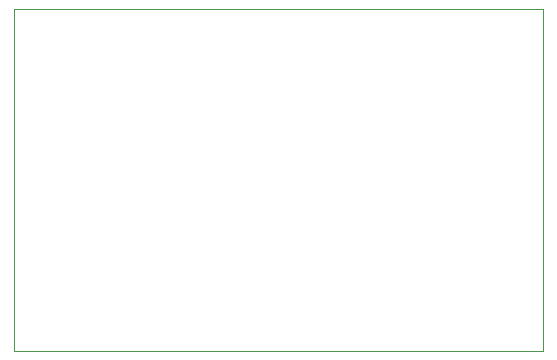
<source format=gbr>
G04 #@! TF.FileFunction,Profile,NP*
%FSLAX46Y46*%
G04 Gerber Fmt 4.6, Leading zero omitted, Abs format (unit mm)*
G04 Created by KiCad (PCBNEW (2015-08-05 BZR 6055, Git fa29c62)-product) date 24/12/2015 2:00:31 PM*
%MOMM*%
G01*
G04 APERTURE LIST*
%ADD10C,0.100000*%
G04 APERTURE END LIST*
D10*
X119126000Y-133604000D02*
X119126000Y-162560000D01*
X74295000Y-162560000D02*
X74295000Y-161417000D01*
X119126000Y-162560000D02*
X74295000Y-162560000D01*
X74295000Y-133604000D02*
X74295000Y-162306000D01*
X119126000Y-133604000D02*
X74295000Y-133604000D01*
M02*

</source>
